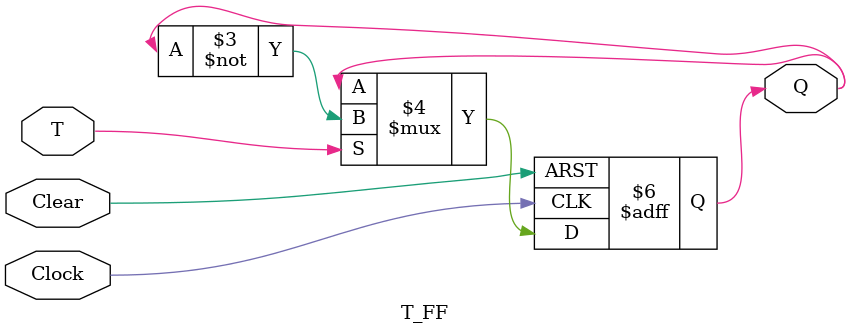
<source format=v>
module T_FF(T, Q, Clock, Clear);
    input T, Clock, Clear; 
    output reg Q; 
    always @(posedge Clock or negedge Clear) begin 
        if (Clear == 1'b0) begin 
            Q <= 1'b0; 
        end else begin
            if (T) begin
                Q <= ~Q; 
            end
        end
    end
endmodule

</source>
